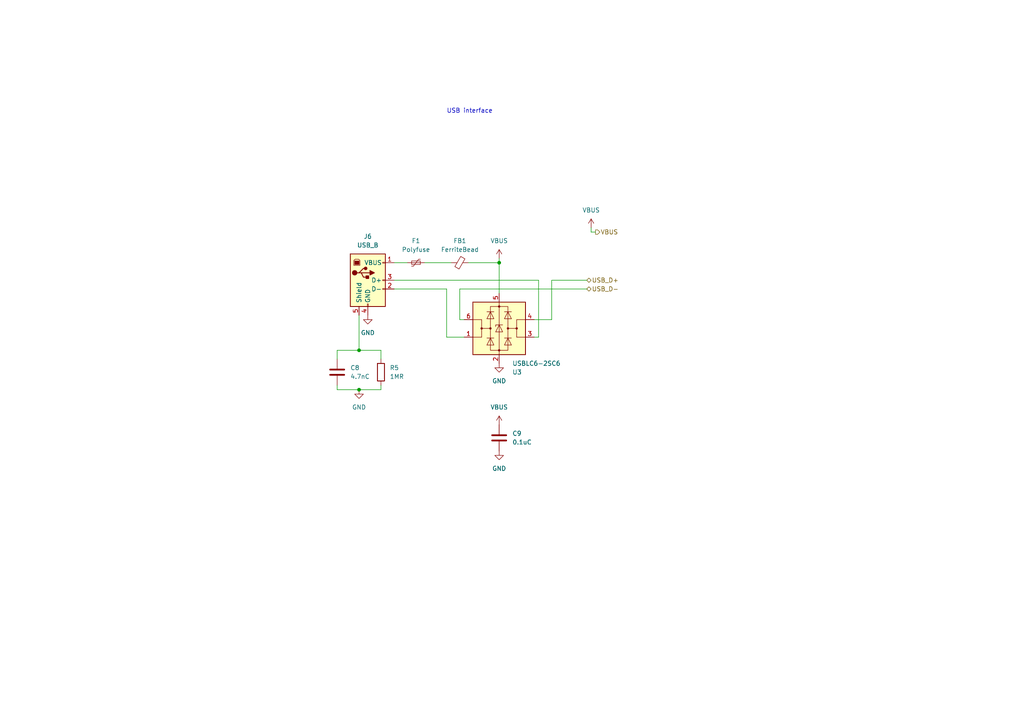
<source format=kicad_sch>
(kicad_sch (version 20211123) (generator eeschema)
  (paper "A4")
  (lib_symbols
    (symbol "Connector:USB_B" (pin_names (offset 1.016))
      (property "Reference" "J" (at -5.08 11.43 0))
      (property "Value" "USB_B" (at -5.08 8.89 0))
      (symbol "USB_B_0_1"
        (rectangle (start -5.08 -7.62) (end 5.08 7.62) (stroke (width 0.254)) (fill (type background)))
        (circle (center -3.81 2.159) (radius 0.635) (stroke (width 0.254)) (fill (type outline)))
        (rectangle (start -3.81 5.588) (end -2.54 4.572) (fill (type outline)))
        (circle (center -0.635 3.429) (radius 0.381) (stroke (width 0.254)) (fill (type outline)))
        (rectangle (start -0.127 -7.62) (end 0.127 -6.858))
        (polyline (pts (xy -1.905 2.159) (xy 0.635 2.159)) (stroke (width 0.254)))
        (polyline (pts (xy -3.175 2.159) (xy -2.54 2.159) (xy -1.27 3.429) (xy -0.635 3.429)) (stroke (width 0.254)))
        (polyline (pts (xy -2.54 2.159) (xy -1.905 2.159) (xy -1.27 0.889) (xy 0 0.889)) (stroke (width 0.254)))
        (polyline (pts (xy 0.635 2.794) (xy 0.635 1.524) (xy 1.905 2.159) (xy 0.635 2.794)) (stroke (width 0.254)) (fill (type outline)))
        (polyline (pts (xy -4.064 4.318) (xy -2.286 4.318) (xy -2.286 5.715) (xy -2.667 6.096) (xy -3.683 6.096) (xy -4.064 5.715) (xy -4.064 4.318)))
        (rectangle (start 0.254 1.27) (end -0.508 0.508) (stroke (width 0.254)) (fill (type outline)))
        (rectangle (start 5.08 -2.667) (end 4.318 -2.413))
        (rectangle (start 5.08 -0.127) (end 4.318 0.127))
        (rectangle (start 5.08 4.953) (end 4.318 5.207))
      )
      (symbol "USB_B_1_1"
        (pin power_out line (at 7.62 5.08 180) (length 2.54) (name "VBUS") (number "1"))
        (pin bidirectional line (at 7.62 -2.54 180) (length 2.54) (name "D-") (number "2"))
        (pin bidirectional line (at 7.62 0 180) (length 2.54) (name "D+") (number "3"))
        (pin power_out line (at 0 -10.16 90) (length 2.54) (name "GND") (number "4"))
        (pin passive line (at -2.54 -10.16 90) (length 2.54) (name "Shield") (number "5"))
      )
    )
    (symbol "Device:C" (pin_numbers hide) (pin_names (offset 0.254))
      (property "Reference" "C" (at 0.635 2.54 0))
      (property "Value" "C" (at 0.635 -2.54 0))
      (symbol "C_0_1"
        (polyline (pts (xy -2.032 -0.762) (xy 2.032 -0.762)) (stroke (width 0.508)))
        (polyline (pts (xy -2.032 0.762) (xy 2.032 0.762)) (stroke (width 0.508)))
      )
      (symbol "C_1_1"
        (pin passive line (at 0 3.81 270) (length 2.794) (name "~") (number "1"))
        (pin passive line (at 0 -3.81 90) (length 2.794) (name "~") (number "2"))
      )
    )
    (symbol "Device:FerriteBead_Small" (pin_numbers hide) (pin_names (offset 0))
      (property "Reference" "FB" (at 1.905 1.27 0))
      (property "Value" "FerriteBead_Small" (at 1.905 -1.27 0))
      (symbol "FerriteBead_Small_0_1"
        (polyline (pts (xy 0 -1.27) (xy 0 -0.7874)))
        (polyline (pts (xy 0 0.889) (xy 0 1.2954)))
        (polyline (pts (xy -1.8288 0.2794) (xy -1.1176 1.4986) (xy 1.8288 -0.2032) (xy 1.1176 -1.4224) (xy -1.8288 0.2794)))
      )
      (symbol "FerriteBead_Small_1_1"
        (pin passive line (at 0 2.54 270) (length 1.27) (name "~") (number "1"))
        (pin passive line (at 0 -2.54 90) (length 1.27) (name "~") (number "2"))
      )
    )
    (symbol "Device:Polyfuse_Small" (pin_numbers hide) (pin_names (offset 0))
      (property "Reference" "F" (at -1.905 0 90))
      (property "Value" "Polyfuse_Small" (at 1.905 0 90))
      (symbol "Polyfuse_Small_0_1"
        (rectangle (start -0.508 1.27) (end 0.508 -1.27))
        (polyline (pts (xy 0 2.54) (xy 0 -2.54)))
        (polyline (pts (xy -1.016 1.27) (xy -1.016 0.762) (xy 1.016 -0.762) (xy 1.016 -1.27)))
      )
      (symbol "Polyfuse_Small_1_1"
        (pin passive line (at 0 2.54 270) (length 0.635) (name "~") (number "1"))
        (pin passive line (at 0 -2.54 90) (length 0.635) (name "~") (number "2"))
      )
    )
    (symbol "Device:R" (pin_numbers hide) (pin_names (offset 0))
      (property "Reference" "R" (at 2.032 0 90))
      (property "Value" "R" (at 0 0 90))
      (symbol "R_0_1"
        (rectangle (start -1.016 -2.54) (end 1.016 2.54) (stroke (width 0.254)))
      )
      (symbol "R_1_1"
        (pin passive line (at 0 3.81 270) (length 1.27) (name "~") (number "1"))
        (pin passive line (at 0 -3.81 90) (length 1.27) (name "~") (number "2"))
      )
    )
    (symbol "Power_Protection:USBLC6-2SC6" (pin_names hide)
      (property "Reference" "U" (at 2.54 8.89 0))
      (property "Value" "USBLC6-2SC6" (at 2.54 -8.89 0))
      (symbol "USBLC6-2SC6_0_1"
        (rectangle (start -7.62 -7.62) (end 7.62 7.62) (stroke (width 0.254)) (fill (type background)))
        (circle (center -5.08 0) (radius 0.254) (fill (type outline)))
        (circle (center -2.54 0) (radius 0.254) (fill (type outline)))
        (rectangle (start -2.54 6.35) (end 2.54 -6.35))
        (circle (center 0 -6.35) (radius 0.254) (fill (type outline)))
        (polyline (pts (xy -5.08 -2.54) (xy -7.62 -2.54)))
        (polyline (pts (xy -5.08 0) (xy -5.08 -2.54)))
        (polyline (pts (xy -5.08 2.54) (xy -7.62 2.54)))
        (polyline (pts (xy -1.524 -2.794) (xy -3.556 -2.794)))
        (polyline (pts (xy -1.524 4.826) (xy -3.556 4.826)))
        (polyline (pts (xy 0 -7.62) (xy 0 -6.35)))
        (polyline (pts (xy 0 -6.35) (xy 0 1.27)))
        (polyline (pts (xy 0 1.27) (xy 0 6.35)))
        (polyline (pts (xy 0 6.35) (xy 0 7.62)))
        (polyline (pts (xy 1.524 -2.794) (xy 3.556 -2.794)))
        (polyline (pts (xy 1.524 4.826) (xy 3.556 4.826)))
        (polyline (pts (xy 5.08 -2.54) (xy 7.62 -2.54)))
        (polyline (pts (xy 5.08 0) (xy 5.08 -2.54)))
        (polyline (pts (xy 5.08 2.54) (xy 7.62 2.54)))
        (polyline (pts (xy -2.54 0) (xy -5.08 0) (xy -5.08 2.54)))
        (polyline (pts (xy 2.54 0) (xy 5.08 0) (xy 5.08 2.54)))
        (polyline (pts (xy -3.556 -4.826) (xy -1.524 -4.826) (xy -2.54 -2.794) (xy -3.556 -4.826)))
        (polyline (pts (xy -3.556 2.794) (xy -1.524 2.794) (xy -2.54 4.826) (xy -3.556 2.794)))
        (polyline (pts (xy -1.016 -1.016) (xy 1.016 -1.016) (xy 0 1.016) (xy -1.016 -1.016)))
        (polyline (pts (xy 1.016 1.016) (xy 0.762 1.016) (xy -1.016 1.016) (xy -1.016 0.508)))
        (polyline (pts (xy 3.556 -4.826) (xy 1.524 -4.826) (xy 2.54 -2.794) (xy 3.556 -4.826)))
        (polyline (pts (xy 3.556 2.794) (xy 1.524 2.794) (xy 2.54 4.826) (xy 3.556 2.794)))
        (circle (center 0 6.35) (radius 0.254) (fill (type outline)))
        (circle (center 2.54 0) (radius 0.254) (fill (type outline)))
        (circle (center 5.08 0) (radius 0.254) (fill (type outline)))
      )
      (symbol "USBLC6-2SC6_1_1"
        (pin passive line (at -10.16 -2.54 0) (length 2.54) (name "I/O1") (number "1"))
        (pin passive line (at 0 -10.16 90) (length 2.54) (name "GND") (number "2"))
        (pin passive line (at 10.16 -2.54 180) (length 2.54) (name "I/O2") (number "3"))
        (pin passive line (at 10.16 2.54 180) (length 2.54) (name "I/O2") (number "4"))
        (pin passive line (at 0 10.16 270) (length 2.54) (name "VBUS") (number "5"))
        (pin passive line (at -10.16 2.54 0) (length 2.54) (name "I/O1") (number "6"))
      )
    )
    (symbol "power:GND" (power) (pin_names (offset 0))
      (property "Value" "GND" (at 0 -3.81 0))
      (symbol "GND_0_1"
        (polyline (pts (xy 0 0) (xy 0 -1.27) (xy 1.27 -1.27) (xy 0 -2.54) (xy -1.27 -1.27) (xy 0 -1.27)))
      )
      (symbol "GND_1_1"
        (pin power_in line (at 0 0 270) (length 0) hide (name "GND") (number "1"))
      )
    )
    (symbol "power:VBUS" (power) (pin_names (offset 0))
      (property "Value" "VBUS" (at 0 3.81 0))
      (symbol "VBUS_0_1"
        (polyline (pts (xy -0.762 1.27) (xy 0 2.54)))
        (polyline (pts (xy 0 0) (xy 0 2.54)))
        (polyline (pts (xy 0 2.54) (xy 0.762 1.27)))
      )
      (symbol "VBUS_1_1"
        (pin power_in line (at 0 0 90) (length 0) hide (name "VBUS") (number "1"))
      )
    )
  )
  (junction (at 104.14 113.03))
  (junction (at 104.14 101.6))
  (junction (at 144.78 76.2))
  (wire (pts (xy 160.02 81.28) (xy 170.18 81.28)))
  (wire (pts (xy 133.35 92.71) (xy 133.35 83.82)))
  (wire (pts (xy 129.54 83.82) (xy 129.54 97.79)))
  (wire (pts (xy 110.49 113.03) (xy 110.49 111.76)))
  (wire (pts (xy 129.54 97.79) (xy 134.62 97.79)))
  (wire (pts (xy 123.19 76.2) (xy 130.81 76.2)))
  (wire (pts (xy 160.02 92.71) (xy 160.02 81.28)))
  (wire (pts (xy 110.49 101.6) (xy 110.49 104.14)))
  (wire (pts (xy 114.3 83.82) (xy 129.54 83.82)))
  (wire (pts (xy 171.45 67.31) (xy 172.72 67.31)))
  (wire (pts (xy 144.78 74.93) (xy 144.78 76.2)))
  (wire (pts (xy 156.21 97.79) (xy 154.94 97.79)))
  (wire (pts (xy 135.89 76.2) (xy 144.78 76.2)))
  (wire (pts (xy 97.79 101.6) (xy 97.79 104.14)))
  (wire (pts (xy 171.45 66.04) (xy 171.45 67.31)))
  (wire (pts (xy 97.79 113.03) (xy 104.14 113.03)))
  (wire (pts (xy 154.94 92.71) (xy 160.02 92.71)))
  (wire (pts (xy 97.79 111.76) (xy 97.79 113.03)))
  (wire (pts (xy 104.14 113.03) (xy 110.49 113.03)))
  (wire (pts (xy 114.3 76.2) (xy 118.11 76.2)))
  (wire (pts (xy 156.21 81.28) (xy 156.21 97.79)))
  (wire (pts (xy 104.14 101.6) (xy 110.49 101.6)))
  (wire (pts (xy 144.78 76.2) (xy 144.78 85.09)))
  (wire (pts (xy 114.3 81.28) (xy 156.21 81.28)))
  (wire (pts (xy 104.14 101.6) (xy 97.79 101.6)))
  (wire (pts (xy 134.62 92.71) (xy 133.35 92.71)))
  (wire (pts (xy 104.14 91.44) (xy 104.14 101.6)))
  (wire (pts (xy 133.35 83.82) (xy 170.18 83.82)))
  (text "USB interface" (at 129.54 33.02 0) (effects (font (size 1.27 1.27)) (justify left bottom)))
  (hierarchical_label "USB_D+" (shape bidirectional) (at 170.18 81.28 0))
  (hierarchical_label "VBUS" (shape output) (at 172.72 67.31 0))
  (hierarchical_label "USB_D-" (shape bidirectional) (at 170.18 83.82 0))
  (symbol (lib_id "Device:FerriteBead_Small") (at 133.35 76.2 270) (unit 1)
    (property "Reference" "FB1" (at 133.3881 69.85 90))
    (property "Value" "FerriteBead" (at 133.3881 72.39 90))
    (property "Footprint" "Inductor_SMD:L_0805_2012Metric_Pad1.15x1.40mm_HandSolder" (effects hide))
    (property "Datasheet" "https://datasheet.lcsc.com/lcsc/1810201231_Murata-Electronics-BLM21BB050SN1D_C113035.pdf" (effects hide))
    (property "Manufacturer Part Number" "BLM21BB050SN1D" (effects hide))
  )
  (symbol (lib_id "power:VBUS") (at 144.78 74.93 0) (unit 1)
    (property "Reference" "#PWR012" (effects hide))
    (property "Value" "VBUS" (at 144.78 69.85 0))
  )
  (symbol (lib_id "Device:C") (at 97.79 107.95 0) (unit 1)
    (property "Reference" "C8" (at 101.6 106.6799 0) (effects (justify left)))
    (property "Value" "4.7nC" (at 101.6 109.2199 0) (effects (justify left)))
    (property "Footprint" "Capacitor_SMD:C_0805_2012Metric_Pad1.18x1.45mm_HandSolder" (effects hide))
    (property "Datasheet" "https://datasheet.lcsc.com/lcsc/1811061821_YAGEO-CC0805KRX7R9BB472_C107153.pdf" (effects hide))
    (property "Manufacturer Part Number" "CC0805KRX7R9BB472" (effects hide))
  )
  (symbol (lib_id "Device:R") (at 110.49 107.95 0) (unit 1)
    (property "Reference" "R5" (at 113.03 106.6799 0) (effects (justify left)))
    (property "Value" "1MR" (at 113.03 109.2199 0) (effects (justify left)))
    (property "Footprint" "Resistor_SMD:R_0805_2012Metric_Pad1.20x1.40mm_HandSolder" (effects hide))
    (property "Datasheet" "https://datasheet.lcsc.com/lcsc/1810311431_YAGEO-RC0805FR-071ML_C107700.pdf" (effects hide))
    (property "Manufacturer Part Number" "RC0805FR-071ML" (effects hide))
  )
  (symbol (lib_id "Power_Protection:USBLC6-2SC6") (at 144.78 95.25 0) (unit 1)
    (property "Reference" "U3" (at 148.59 107.95 0) (effects (justify left)))
    (property "Value" "USBLC6-2SC6" (at 148.59 105.41 0) (effects (justify left)))
    (property "Footprint" "Package_TO_SOT_SMD:SOT-23-6" (effects hide))
    (property "Datasheet" "https://datasheet.lcsc.com/lcsc/1811141711_STMicroelectronics-USBLC6-2SC6_C7519.pdf" (effects hide))
    (property "Manufacturer Part Number" "USBLC6-2SC6" (effects hide))
  )
  (symbol (lib_id "Device:C") (at 144.78 127 180) (unit 1)
    (property "Reference" "C9" (at 148.59 125.7299 0) (effects (justify right)))
    (property "Value" "0.1uC" (at 148.59 128.2699 0) (effects (justify right)))
    (property "Footprint" "Capacitor_SMD:C_0805_2012Metric_Pad1.18x1.45mm_HandSolder" (effects hide))
    (property "Datasheet" "https://datasheet.lcsc.com/lcsc/2006111832_YAGEO-CC0805KRX7R8BB104_C519981.pdf" (effects hide))
    (property "Manufacturer Part Number" "CC0805KRX7R8BB104" (effects hide))
  )
  (symbol (lib_id "Connector:USB_B") (at 106.68 81.28 0) (unit 1)
    (property "Reference" "J6" (at 106.68 68.58 0))
    (property "Value" "USB_B" (at 106.68 71.12 0))
    (property "Footprint" "Connector_USB:USB_B_OST_USB-B1HSxx_Horizontal" (effects hide))
    (property "Datasheet" "https://datasheet.lcsc.com/lcsc/2110151730_XKB-Connectivity-U241-041N-1BR85-1_C397338.pdf" (effects hide))
    (property "Manufacturer Part Number" "U241-041N-1BR85-1" (effects hide))
  )
  (symbol (lib_id "Device:Polyfuse_Small") (at 120.65 76.2 90) (unit 1)
    (property "Reference" "F1" (at 120.65 69.85 90))
    (property "Value" "Polyfuse" (at 120.65 72.39 90))
    (property "Footprint" "Fuse:Fuse_0805_2012Metric_Pad1.15x1.40mm_HandSolder" (effects hide))
    (property "Datasheet" "https://datasheet.lcsc.com/lcsc/1810071612_RUILON-Shenzhen-Ruilongyuan-Elec-SMD0805P020TF_C20976.pdf" (effects hide))
    (property "Manufacturer Part Number" "SMD0805P020TF" (effects hide))
  )
  (symbol (lib_id "power:GND") (at 144.78 130.81 0) (unit 1)
    (property "Reference" "#PWR015" (effects hide))
    (property "Value" "GND" (at 144.78 135.89 0))
  )
  (symbol (lib_id "power:VBUS") (at 144.78 123.19 0) (unit 1)
    (property "Reference" "#PWR014" (effects hide))
    (property "Value" "VBUS" (at 144.78 118.11 0))
  )
  (symbol (lib_id "power:VBUS") (at 171.45 66.04 0) (unit 1)
    (property "Reference" "#PWR016" (effects hide))
    (property "Value" "VBUS" (at 171.45 60.96 0))
  )
  (symbol (lib_id "power:GND") (at 104.14 113.03 0) (unit 1)
    (property "Reference" "#PWR010" (effects hide))
    (property "Value" "GND" (at 104.14 118.11 0))
  )
  (symbol (lib_id "power:GND") (at 144.78 105.41 0) (unit 1)
    (property "Reference" "#PWR013" (effects hide))
    (property "Value" "GND" (at 144.78 110.49 0))
  )
  (symbol (lib_id "power:GND") (at 106.68 91.44 0) (unit 1)
    (property "Reference" "#PWR011" (effects hide))
    (property "Value" "GND" (at 106.68 96.52 0))
  )
)
</source>
